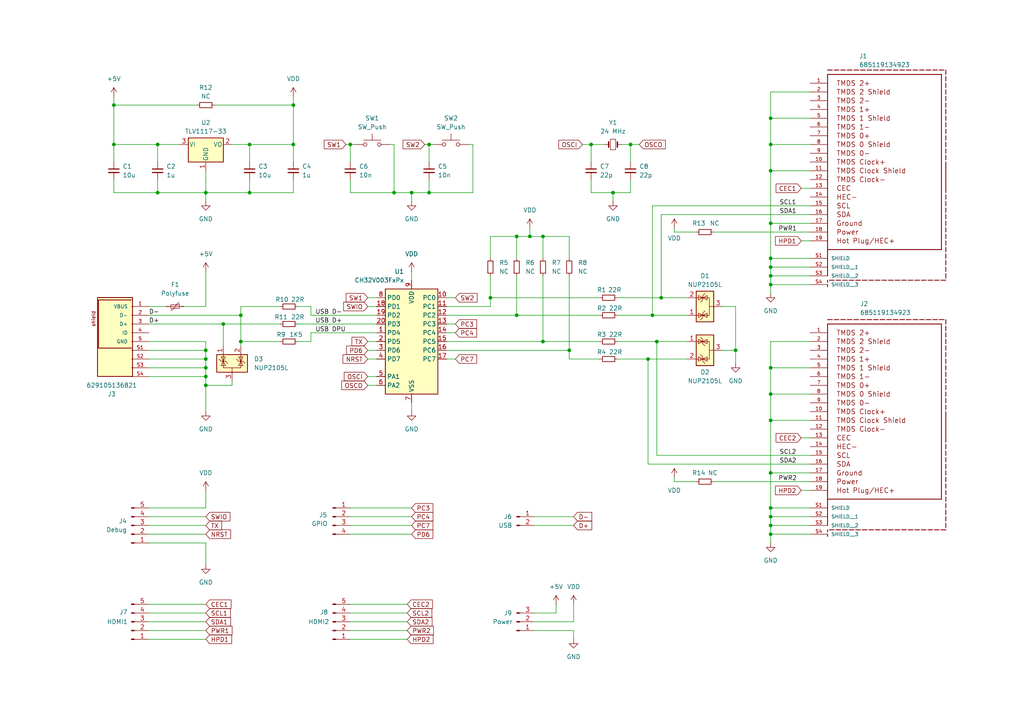
<source format=kicad_sch>
(kicad_sch (version 20231120) (generator "eeschema") (generator_version "8.0")
  (paper "A4")
  (title_block (title "HDMI DDC Controller") (date "2024-10-02") (rev "1.0.0") (company "Elektroniklådan"))
  (lib_symbols
    (symbol "629105136821:629105136821" (pin_names (offset 1.016))
      (property "Reference" "J" (at 0 8.382 0))
      (symbol "629105136821_0_0"
        (text "shield" (at 6.51 -0.83 900) (effects (font (size 1.016 1.016)) (justify left bottom)))
        (pin passive line (at -10.16 5.08 0) (length 5.08) (name "VBUS") (number "1"))
        (pin passive line (at -10.16 2.54 0) (length 5.08) (name "D-") (number "2"))
        (pin passive line (at -10.16 0 0) (length 5.08) (name "D+") (number "3"))
        (pin passive line (at -10.16 -2.54 0) (length 5.08) (name "ID") (number "4"))
        (pin passive line (at -10.16 -5.08 0) (length 5.08) (name "GND") (number "5"))
        (pin passive line (at -10.16 -7.62 0) (length 5.08) (name "~") (number "S1"))
        (pin passive line (at -10.16 -10.16 0) (length 5.08) (name "~") (number "S2"))
        (pin passive line (at -10.16 -12.7 0) (length 5.08) (name "~") (number "S3"))
        (pin passive line (at -10.16 -15.24 0) (length 5.08) (name "~") (number "S4"))
      )
    )
    (symbol "685119134923:685119134923" (pin_names (offset 1.016))
      (property "Reference" "J" (at 0 27.94 0))
      (symbol "685119134923_0_0"
        (text "CEC" (at -12.7 -7.62 0) (effects (font (size 1.4224 1.4224)) (justify left)))
        (text "Ground" (at -12.7 -17.78 0) (effects (font (size 1.4224 1.4224)) (justify left)))
        (text "HEC-" (at -12.7 -10.16 0) (effects (font (size 1.4224 1.4224)) (justify left)))
        (text "Hot Plug/HEC+" (at -12.7 -22.86 0) (effects (font (size 1.4224 1.4224)) (justify left)))
        (text "Power" (at -12.7 -20.32 0) (effects (font (size 1.4224 1.4224)) (justify left)))
        (text "SCL" (at -12.7 -12.7 0) (effects (font (size 1.4224 1.4224)) (justify left)))
        (text "SDA" (at -12.7 -15.24 0) (effects (font (size 1.4224 1.4224)) (justify left)))
        (text "TMDS 0 Shield" (at -12.7 5.08 0) (effects (font (size 1.4224 1.4224)) (justify left)))
        (text "TMDS 0+" (at -12.7 7.62 0) (effects (font (size 1.4224 1.4224)) (justify left)))
        (text "TMDS 0-" (at -12.7 2.54 0) (effects (font (size 1.4224 1.4224)) (justify left)))
        (text "TMDS 1 Shield" (at -12.7 12.7 0) (effects (font (size 1.4224 1.4224)) (justify left)))
        (text "TMDS 1+" (at -12.7 15.24 0) (effects (font (size 1.4224 1.4224)) (justify left)))
        (text "TMDS 1-" (at -12.7 10.16 0) (effects (font (size 1.4224 1.4224)) (justify left)))
        (text "TMDS 2 Shield" (at -12.7 20.32 0) (effects (font (size 1.4224 1.4224)) (justify left)))
        (text "TMDS 2+" (at -12.7 22.86 0) (effects (font (size 1.4224 1.4224)) (justify left)))
        (text "TMDS 2-" (at -12.7 17.78 0) (effects (font (size 1.4224 1.4224)) (justify left)))
        (text "TMDS Clock Shield" (at -12.7 -2.54 0) (effects (font (size 1.4224 1.4224)) (justify left)))
        (text "TMDS Clock+" (at -12.7 0 0) (effects (font (size 1.4224 1.4224)) (justify left)))
        (text "TMDS Clock-" (at -12.7 -5.08 0) (effects (font (size 1.4224 1.4224)) (justify left)))
        (pin passive line (at -20.32 22.86 0) (length 5.08) (name "~") (number "1"))
        (pin passive line (at -20.32 0 0) (length 5.08) (name "~") (number "10"))
        (pin passive line (at -20.32 -2.54 0) (length 5.08) (name "~") (number "11"))
        (pin passive line (at -20.32 -5.08 0) (length 5.08) (name "~") (number "12"))
        (pin passive line (at -20.32 -7.62 0) (length 5.08) (name "~") (number "13"))
        (pin passive line (at -20.32 -10.16 0) (length 5.08) (name "~") (number "14"))
        (pin passive line (at -20.32 -12.7 0) (length 5.08) (name "~") (number "15"))
        (pin passive line (at -20.32 -15.24 0) (length 5.08) (name "~") (number "16"))
        (pin passive line (at -20.32 -17.78 0) (length 5.08) (name "~") (number "17"))
        (pin power_in line (at -20.32 -20.32 0) (length 5.08) (name "~") (number "18"))
        (pin passive line (at -20.32 -22.86 0) (length 5.08) (name "~") (number "19"))
        (pin passive line (at -20.32 20.32 0) (length 5.08) (name "~") (number "2"))
        (pin passive line (at -20.32 17.78 0) (length 5.08) (name "~") (number "3"))
        (pin passive line (at -20.32 15.24 0) (length 5.08) (name "~") (number "4"))
        (pin passive line (at -20.32 12.7 0) (length 5.08) (name "~") (number "5"))
        (pin passive line (at -20.32 10.16 0) (length 5.08) (name "~") (number "6"))
        (pin passive line (at -20.32 7.62 0) (length 5.08) (name "~") (number "7"))
        (pin passive line (at -20.32 5.08 0) (length 5.08) (name "~") (number "8"))
        (pin passive line (at -20.32 2.54 0) (length 5.08) (name "~") (number "9"))
        (pin passive line (at -20.32 -27.94 0) (length 5.08) (name "SHIELD") (number "S1"))
        (pin passive line (at -20.32 -30.48 0) (length 5.08) (name "SHIELD__1") (number "S2"))
        (pin passive line (at -20.32 -33.02 0) (length 5.08) (name "SHIELD__2") (number "S3"))
        (pin passive line (at -20.32 -35.56 0) (length 5.08) (name "SHIELD__3") (number "S4"))
      )
    )
    (symbol "Connector:Conn_01x02_Pin" (pin_names (offset 1.016) hide)
      (property "Reference" "J" (at 0 2.54 0))
      (property "Value" "Conn_01x02_Pin" (at 0 -5.08 0))
      (symbol "Conn_01x02_Pin_1_1"
        (pin passive line (at 5.08 0 180) (length 3.81) (name "Pin_1") (number "1"))
        (pin passive line (at 5.08 -2.54 180) (length 3.81) (name "Pin_2") (number "2"))
      )
    )
    (symbol "Connector:Conn_01x03_Pin" (pin_names (offset 1.016) hide)
      (property "Reference" "J" (at 0 5.08 0))
      (property "Value" "Conn_01x03_Pin" (at 0 -5.08 0))
      (symbol "Conn_01x03_Pin_1_1"
        (pin passive line (at 5.08 2.54 180) (length 3.81) (name "Pin_1") (number "1"))
        (pin passive line (at 5.08 0 180) (length 3.81) (name "Pin_2") (number "2"))
        (pin passive line (at 5.08 -2.54 180) (length 3.81) (name "Pin_3") (number "3"))
      )
    )
    (symbol "Connector:Conn_01x04_Pin" (pin_names (offset 1.016) hide)
      (property "Reference" "J" (at 0 5.08 0))
      (property "Value" "Conn_01x04_Pin" (at 0 -7.62 0))
      (symbol "Conn_01x04_Pin_1_1"
        (pin passive line (at 5.08 2.54 180) (length 3.81) (name "Pin_1") (number "1"))
        (pin passive line (at 5.08 0 180) (length 3.81) (name "Pin_2") (number "2"))
        (pin passive line (at 5.08 -2.54 180) (length 3.81) (name "Pin_3") (number "3"))
        (pin passive line (at 5.08 -5.08 180) (length 3.81) (name "Pin_4") (number "4"))
      )
    )
    (symbol "Connector:Conn_01x05_Pin" (pin_names (offset 1.016) hide)
      (property "Reference" "J" (at 0 7.62 0))
      (property "Value" "Conn_01x05_Pin" (at 0 -7.62 0))
      (symbol "Conn_01x05_Pin_1_1"
        (pin passive line (at 5.08 5.08 180) (length 3.81) (name "Pin_1") (number "1"))
        (pin passive line (at 5.08 2.54 180) (length 3.81) (name "Pin_2") (number "2"))
        (pin passive line (at 5.08 0 180) (length 3.81) (name "Pin_3") (number "3"))
        (pin passive line (at 5.08 -2.54 180) (length 3.81) (name "Pin_4") (number "4"))
        (pin passive line (at 5.08 -5.08 180) (length 3.81) (name "Pin_5") (number "5"))
      )
    )
    (symbol "Device:C_Small" (pin_numbers hide) (pin_names (offset 0.254) hide)
      (property "Reference" "C" (at 0.254 1.778 0))
      (property "Value" "C_Small" (at 0.254 -2.032 0))
      (symbol "C_Small_1_1"
        (pin passive line (at 0 2.54 270) (length 2.032) (name "~") (number "1"))
        (pin passive line (at 0 -2.54 90) (length 2.032) (name "~") (number "2"))
      )
    )
    (symbol "Device:Crystal_Small" (pin_numbers hide) (pin_names (offset 1.016) hide)
      (property "Reference" "Y" (at 0 2.54 0))
      (property "Value" "Crystal_Small" (at 0 -2.54 0))
      (symbol "Crystal_Small_1_1"
        (pin passive line (at -2.54 0 0) (length 1.27) (name "1") (number "1"))
        (pin passive line (at 2.54 0 180) (length 1.27) (name "2") (number "2"))
      )
    )
    (symbol "Device:Polyfuse_Small" (pin_numbers hide) (pin_names (offset 0))
      (property "Reference" "F" (at -1.905 0 90))
      (property "Value" "Polyfuse_Small" (at 1.905 0 90))
      (symbol "Polyfuse_Small_1_1"
        (pin passive line (at 0 2.54 270) (length 0.635) (name "~") (number "1"))
        (pin passive line (at 0 -2.54 90) (length 0.635) (name "~") (number "2"))
      )
    )
    (symbol "Device:R_Small" (pin_numbers hide) (pin_names (offset 0.254) hide)
      (property "Reference" "R" (at 0.762 0.508 0))
      (property "Value" "R_Small" (at 0.762 -1.016 0))
      (symbol "R_Small_1_1"
        (pin passive line (at 0 2.54 270) (length 0.762) (name "~") (number "1"))
        (pin passive line (at 0 -2.54 90) (length 0.762) (name "~") (number "2"))
      )
    )
    (symbol "MCU_WCH_CH32V0:CH32V003FxPx"
      (property "Reference" "U" (at -7.62 17.78 0))
      (property "Value" "CH32V003FxPx" (at 7.62 17.78 0))
      (symbol "CH32V003FxPx_1_1"
        (pin bidirectional line (at 10.16 2.54 180) (length 2.54) (name "PD4") (number "1"))
        (pin bidirectional line (at -10.16 12.7 0) (length 2.54) (name "PC0") (number "10"))
        (pin bidirectional line (at -10.16 10.16 0) (length 2.54) (name "PC1") (number "11"))
        (pin bidirectional line (at -10.16 7.62 0) (length 2.54) (name "PC2") (number "12"))
        (pin bidirectional line (at -10.16 5.08 0) (length 2.54) (name "PC3") (number "13"))
        (pin bidirectional line (at -10.16 2.54 0) (length 2.54) (name "PC4") (number "14"))
        (pin bidirectional line (at -10.16 0 0) (length 2.54) (name "PC5") (number "15"))
        (pin bidirectional line (at -10.16 -2.54 0) (length 2.54) (name "PC6") (number "16"))
        (pin bidirectional line (at -10.16 -5.08 0) (length 2.54) (name "PC7") (number "17"))
        (pin bidirectional line (at 10.16 10.16 180) (length 2.54) (name "PD1") (number "18"))
        (pin bidirectional line (at 10.16 7.62 180) (length 2.54) (name "PD2") (number "19"))
        (pin bidirectional line (at 10.16 0 180) (length 2.54) (name "PD5") (number "2"))
        (pin bidirectional line (at 10.16 5.08 180) (length 2.54) (name "PD3") (number "20"))
        (pin bidirectional line (at 10.16 -2.54 180) (length 2.54) (name "PD6") (number "3"))
        (pin bidirectional line (at 10.16 -5.08 180) (length 2.54) (name "PD7") (number "4"))
        (pin bidirectional line (at 10.16 -10.16 180) (length 2.54) (name "PA1") (number "5"))
        (pin bidirectional line (at 10.16 -12.7 180) (length 2.54) (name "PA2") (number "6"))
        (pin power_in line (at 0 -17.78 90) (length 2.54) (name "VSS") (number "7"))
        (pin bidirectional line (at 10.16 12.7 180) (length 2.54) (name "PD0") (number "8"))
        (pin power_in line (at 0 17.78 270) (length 2.54) (name "VDD") (number "9"))
      )
    )
    (symbol "Power_Protection:NUP2105L" (pin_names hide)
      (property "Reference" "D" (at 5.715 2.54 0))
      (property "Value" "NUP2105L" (at 5.715 0.635 0))
      (symbol "NUP2105L_0_0"
        (pin passive line (at 0 -5.08 90) (length 2.54) (name "A") (number "3"))
      )
      (symbol "NUP2105L_1_1"
        (pin passive line (at -2.54 5.08 270) (length 2.54) (name "K") (number "1"))
        (pin passive line (at 2.54 5.08 270) (length 2.54) (name "K") (number "2"))
      )
    )
    (symbol "Regulator_Linear:TLV1117-33" (pin_names (offset 0.254))
      (property "Reference" "U" (at -3.81 3.175 0))
      (property "Value" "TLV1117-33" (at 0 3.175 0))
      (symbol "TLV1117-33_1_1"
        (pin power_in line (at 0 -7.62 90) (length 2.54) (name "GND") (number "1"))
        (pin power_out line (at 7.62 0 180) (length 2.54) (name "VO") (number "2"))
        (pin power_in line (at -7.62 0 0) (length 2.54) (name "VI") (number "3"))
      )
    )
    (symbol "Switch:SW_Push" (pin_numbers hide) (pin_names (offset 1.016) hide)
      (property "Reference" "SW" (at 1.27 2.54 0))
      (property "Value" "SW_Push" (at 0 -1.524 0))
      (symbol "SW_Push_0_1"
        (pin passive line (at -5.08 0 0) (length 2.54) (name "1") (number "1"))
        (pin passive line (at 5.08 0 180) (length 2.54) (name "2") (number "2"))
      )
    )
    (symbol "power:+5V" (power) (pin_numbers hide) (pin_names (offset 0) hide)
      (property "Value" "+5V" (at 0 3.556 0))
      (symbol "+5V_1_1"
        (pin power_in line (at 0 0 90) (length 0) (name "~") (number "1"))
      )
    )
    (symbol "power:GND" (power) (pin_numbers hide) (pin_names (offset 0) hide)
      (property "Value" "GND" (at 0 -3.81 0))
      (symbol "GND_1_1"
        (pin power_in line (at 0 0 270) (length 0) (name "~") (number "1"))
      )
    )
    (symbol "power:VDD" (power) (pin_numbers hide) (pin_names (offset 0) hide)
      (property "Value" "VDD" (at 0 3.556 0))
      (symbol "VDD_1_1"
        (pin power_in line (at 0 0 90) (length 0) (name "~") (number "1"))
      )
    )
  )
  (junction (at 124.46 41.91))
  (junction (at 59.69 106.68))
  (junction (at 64.77 93.98))
  (junction (at 45.72 41.91))
  (junction (at 223.52 147.32))
  (junction (at 223.52 80.01))
  (junction (at 72.39 55.88))
  (junction (at 223.52 114.3))
  (junction (at 213.36 101.6))
  (junction (at 45.72 55.88))
  (junction (at 157.48 68.58))
  (junction (at 223.52 77.47))
  (junction (at 101.6 41.91))
  (junction (at 124.46 55.88))
  (junction (at 59.69 104.14))
  (junction (at 33.02 41.91))
  (junction (at 191.77 86.36))
  (junction (at 182.88 41.91))
  (junction (at 177.8 55.88))
  (junction (at 69.85 99.06))
  (junction (at 165.1 101.6))
  (junction (at 223.52 121.92))
  (junction (at 153.67 68.58))
  (junction (at 190.5 99.06))
  (junction (at 157.48 99.06))
  (junction (at 149.86 68.58))
  (junction (at 223.52 152.4))
  (junction (at 142.24 86.36))
  (junction (at 72.39 41.91))
  (junction (at 59.69 111.76))
  (junction (at 85.09 41.91))
  (junction (at 171.45 41.91))
  (junction (at 189.23 91.44))
  (junction (at 223.52 149.86))
  (junction (at 223.52 137.16))
  (junction (at 223.52 49.53))
  (junction (at 223.52 34.29))
  (junction (at 33.02 30.48))
  (junction (at 223.52 106.68))
  (junction (at 59.69 109.22))
  (junction (at 59.69 101.6))
  (junction (at 59.69 55.88))
  (junction (at 223.52 64.77))
  (junction (at 149.86 91.44))
  (junction (at 223.52 82.55))
  (junction (at 114.3 55.88))
  (junction (at 223.52 74.93))
  (junction (at 119.38 55.88))
  (junction (at 85.09 30.48))
  (junction (at 69.85 91.44))
  (junction (at 223.52 154.94))
  (junction (at 223.52 41.91))
  (junction (at 187.96 104.14))
  (wire (pts (xy 223.52 34.29) (xy 223.52 41.91)))
  (wire (pts (xy 232.41 69.85) (xy 234.95 69.85)))
  (wire (pts (xy 157.48 99.06) (xy 173.99 99.06)))
  (wire (pts (xy 43.18 104.14) (xy 59.69 104.14)))
  (wire (pts (xy 166.37 149.86) (xy 154.94 149.86)))
  (wire (pts (xy 101.6 147.32) (xy 119.38 147.32)))
  (wire (pts (xy 142.24 68.58) (xy 142.24 74.93)))
  (wire (pts (xy 59.69 163.83) (xy 59.69 157.48)))
  (wire (pts (xy 123.19 41.91) (xy 124.46 41.91)))
  (wire (pts (xy 114.3 41.91) (xy 114.3 55.88)))
  (wire (pts (xy 201.93 139.7) (xy 195.58 139.7)))
  (wire (pts (xy 223.52 154.94) (xy 234.95 154.94)))
  (wire (pts (xy 114.3 55.88) (xy 119.38 55.88)))
  (wire (pts (xy 45.72 41.91) (xy 52.07 41.91)))
  (wire (pts (xy 67.31 111.76) (xy 59.69 111.76)))
  (wire (pts (xy 132.08 86.36) (xy 129.54 86.36)))
  (wire (pts (xy 124.46 41.91) (xy 124.46 46.99)))
  (wire (pts (xy 149.86 68.58) (xy 149.86 74.93)))
  (wire (pts (xy 62.23 30.48) (xy 85.09 30.48)))
  (wire (pts (xy 90.17 99.06) (xy 90.17 96.52)))
  (wire (pts (xy 118.11 177.8) (xy 101.6 177.8)))
  (wire (pts (xy 161.29 177.8) (xy 154.94 177.8)))
  (wire (pts (xy 223.52 121.92) (xy 223.52 114.3)))
  (wire (pts (xy 223.52 137.16) (xy 234.95 137.16)))
  (wire (pts (xy 223.52 80.01) (xy 223.52 82.55)))
  (wire (pts (xy 157.48 68.58) (xy 157.48 74.93)))
  (wire (pts (xy 124.46 52.07) (xy 124.46 55.88)))
  (wire (pts (xy 72.39 41.91) (xy 72.39 46.99)))
  (wire (pts (xy 69.85 99.06) (xy 81.28 99.06)))
  (wire (pts (xy 100.33 41.91) (xy 101.6 41.91)))
  (wire (pts (xy 234.95 147.32) (xy 223.52 147.32)))
  (wire (pts (xy 223.52 149.86) (xy 223.52 147.32)))
  (wire (pts (xy 69.85 91.44) (xy 69.85 88.9)))
  (wire (pts (xy 187.96 104.14) (xy 199.39 104.14)))
  (wire (pts (xy 175.26 41.91) (xy 171.45 41.91)))
  (wire (pts (xy 113.03 41.91) (xy 114.3 41.91)))
  (wire (pts (xy 234.95 121.92) (xy 223.52 121.92)))
  (wire (pts (xy 177.8 55.88) (xy 177.8 58.42)))
  (wire (pts (xy 223.52 157.48) (xy 223.52 154.94)))
  (wire (pts (xy 106.68 101.6) (xy 109.22 101.6)))
  (wire (pts (xy 223.52 149.86) (xy 234.95 149.86)))
  (wire (pts (xy 43.18 152.4) (xy 59.69 152.4)))
  (wire (pts (xy 43.18 91.44) (xy 69.85 91.44)))
  (wire (pts (xy 182.88 41.91) (xy 180.34 41.91)))
  (wire (pts (xy 209.55 101.6) (xy 213.36 101.6)))
  (wire (pts (xy 59.69 119.38) (xy 59.69 111.76)))
  (wire (pts (xy 101.6 52.07) (xy 101.6 55.88)))
  (wire (pts (xy 166.37 185.42) (xy 166.37 182.88)))
  (wire (pts (xy 43.18 154.94) (xy 59.69 154.94)))
  (wire (pts (xy 72.39 52.07) (xy 72.39 55.88)))
  (wire (pts (xy 232.41 142.24) (xy 234.95 142.24)))
  (wire (pts (xy 234.95 41.91) (xy 223.52 41.91)))
  (wire (pts (xy 161.29 175.26) (xy 161.29 177.8)))
  (wire (pts (xy 234.95 64.77) (xy 223.52 64.77)))
  (wire (pts (xy 67.31 110.49) (xy 67.31 111.76)))
  (wire (pts (xy 45.72 55.88) (xy 33.02 55.88)))
  (wire (pts (xy 53.34 88.9) (xy 59.69 88.9)))
  (wire (pts (xy 137.16 55.88) (xy 124.46 55.88)))
  (wire (pts (xy 171.45 41.91) (xy 168.91 41.91)))
  (wire (pts (xy 232.41 127) (xy 234.95 127)))
  (wire (pts (xy 179.07 91.44) (xy 189.23 91.44)))
  (wire (pts (xy 190.5 99.06) (xy 199.39 99.06)))
  (wire (pts (xy 59.69 180.34) (xy 43.18 180.34)))
  (wire (pts (xy 223.52 121.92) (xy 223.52 137.16)))
  (wire (pts (xy 234.95 74.93) (xy 223.52 74.93)))
  (wire (pts (xy 171.45 41.91) (xy 171.45 46.99)))
  (wire (pts (xy 234.95 106.68) (xy 223.52 106.68)))
  (wire (pts (xy 165.1 104.14) (xy 173.99 104.14)))
  (wire (pts (xy 234.95 99.06) (xy 223.52 99.06)))
  (wire (pts (xy 129.54 99.06) (xy 157.48 99.06)))
  (wire (pts (xy 157.48 80.01) (xy 157.48 99.06)))
  (wire (pts (xy 209.55 88.9) (xy 213.36 88.9)))
  (wire (pts (xy 213.36 101.6) (xy 213.36 105.41)))
  (wire (pts (xy 179.07 86.36) (xy 191.77 86.36)))
  (wire (pts (xy 223.52 154.94) (xy 223.52 152.4)))
  (wire (pts (xy 234.95 34.29) (xy 223.52 34.29)))
  (wire (pts (xy 101.6 154.94) (xy 119.38 154.94)))
  (wire (pts (xy 119.38 116.84) (xy 119.38 119.38)))
  (wire (pts (xy 157.48 68.58) (xy 165.1 68.58)))
  (wire (pts (xy 223.52 137.16) (xy 223.52 147.32)))
  (wire (pts (xy 187.96 104.14) (xy 187.96 134.62)))
  (wire (pts (xy 223.52 99.06) (xy 223.52 106.68)))
  (wire (pts (xy 64.77 93.98) (xy 64.77 100.33)))
  (wire (pts (xy 72.39 55.88) (xy 85.09 55.88)))
  (wire (pts (xy 85.09 30.48) (xy 85.09 41.91)))
  (wire (pts (xy 190.5 99.06) (xy 190.5 132.08)))
  (wire (pts (xy 171.45 52.07) (xy 171.45 55.88)))
  (wire (pts (xy 182.88 41.91) (xy 182.88 46.99)))
  (wire (pts (xy 59.69 106.68) (xy 59.69 104.14)))
  (wire (pts (xy 59.69 55.88) (xy 59.69 58.42)))
  (wire (pts (xy 33.02 30.48) (xy 33.02 41.91)))
  (wire (pts (xy 223.52 77.47) (xy 223.52 80.01)))
  (wire (pts (xy 232.41 54.61) (xy 234.95 54.61)))
  (wire (pts (xy 189.23 59.69) (xy 234.95 59.69)))
  (wire (pts (xy 129.54 101.6) (xy 165.1 101.6)))
  (wire (pts (xy 132.08 104.14) (xy 129.54 104.14)))
  (wire (pts (xy 171.45 55.88) (xy 177.8 55.88)))
  (wire (pts (xy 33.02 27.94) (xy 33.02 30.48)))
  (wire (pts (xy 86.36 93.98) (xy 109.22 93.98)))
  (wire (pts (xy 129.54 91.44) (xy 149.86 91.44)))
  (wire (pts (xy 234.95 80.01) (xy 223.52 80.01)))
  (wire (pts (xy 165.1 101.6) (xy 165.1 104.14)))
  (wire (pts (xy 59.69 109.22) (xy 59.69 106.68)))
  (wire (pts (xy 223.52 152.4) (xy 234.95 152.4)))
  (wire (pts (xy 43.18 99.06) (xy 59.69 99.06)))
  (wire (pts (xy 33.02 41.91) (xy 45.72 41.91)))
  (wire (pts (xy 153.67 66.04) (xy 153.67 68.58)))
  (wire (pts (xy 149.86 80.01) (xy 149.86 91.44)))
  (wire (pts (xy 106.68 86.36) (xy 109.22 86.36)))
  (wire (pts (xy 213.36 88.9) (xy 213.36 101.6)))
  (wire (pts (xy 59.69 185.42) (xy 43.18 185.42)))
  (wire (pts (xy 124.46 41.91) (xy 125.73 41.91)))
  (wire (pts (xy 59.69 175.26) (xy 43.18 175.26)))
  (wire (pts (xy 207.01 139.7) (xy 234.95 139.7)))
  (wire (pts (xy 33.02 30.48) (xy 57.15 30.48)))
  (wire (pts (xy 234.95 114.3) (xy 223.52 114.3)))
  (wire (pts (xy 106.68 104.14) (xy 109.22 104.14)))
  (wire (pts (xy 33.02 52.07) (xy 33.02 55.88)))
  (wire (pts (xy 223.52 64.77) (xy 223.52 74.93)))
  (wire (pts (xy 195.58 67.31) (xy 201.93 67.31)))
  (wire (pts (xy 234.95 77.47) (xy 223.52 77.47)))
  (wire (pts (xy 142.24 86.36) (xy 173.99 86.36)))
  (wire (pts (xy 223.52 74.93) (xy 223.52 77.47)))
  (wire (pts (xy 223.52 82.55) (xy 223.52 85.09)))
  (wire (pts (xy 182.88 55.88) (xy 177.8 55.88)))
  (wire (pts (xy 189.23 91.44) (xy 189.23 59.69)))
  (wire (pts (xy 43.18 147.32) (xy 59.69 147.32)))
  (wire (pts (xy 223.52 49.53) (xy 223.52 64.77)))
  (wire (pts (xy 191.77 86.36) (xy 199.39 86.36)))
  (wire (pts (xy 86.36 99.06) (xy 90.17 99.06)))
  (wire (pts (xy 165.1 80.01) (xy 165.1 101.6)))
  (wire (pts (xy 223.52 49.53) (xy 234.95 49.53)))
  (wire (pts (xy 85.09 41.91) (xy 85.09 46.99)))
  (wire (pts (xy 191.77 62.23) (xy 234.95 62.23)))
  (wire (pts (xy 43.18 106.68) (xy 59.69 106.68)))
  (wire (pts (xy 101.6 41.91) (xy 101.6 46.99)))
  (wire (pts (xy 119.38 55.88) (xy 124.46 55.88)))
  (wire (pts (xy 43.18 157.48) (xy 59.69 157.48)))
  (wire (pts (xy 109.22 99.06) (xy 106.68 99.06)))
  (wire (pts (xy 189.23 91.44) (xy 199.39 91.44)))
  (wire (pts (xy 45.72 52.07) (xy 45.72 55.88)))
  (wire (pts (xy 59.69 177.8) (xy 43.18 177.8)))
  (wire (pts (xy 149.86 91.44) (xy 173.99 91.44)))
  (wire (pts (xy 195.58 138.43) (xy 195.58 139.7)))
  (wire (pts (xy 223.52 106.68) (xy 223.52 114.3)))
  (wire (pts (xy 119.38 55.88) (xy 119.38 58.42)))
  (wire (pts (xy 59.69 49.53) (xy 59.69 55.88)))
  (wire (pts (xy 223.52 152.4) (xy 223.52 149.86)))
  (wire (pts (xy 72.39 41.91) (xy 85.09 41.91)))
  (wire (pts (xy 106.68 109.22) (xy 109.22 109.22)))
  (wire (pts (xy 59.69 182.88) (xy 43.18 182.88)))
  (wire (pts (xy 106.68 111.76) (xy 109.22 111.76)))
  (wire (pts (xy 59.69 142.24) (xy 59.69 147.32)))
  (wire (pts (xy 137.16 55.88) (xy 137.16 41.91)))
  (wire (pts (xy 149.86 68.58) (xy 153.67 68.58)))
  (wire (pts (xy 142.24 80.01) (xy 142.24 86.36)))
  (wire (pts (xy 101.6 152.4) (xy 119.38 152.4)))
  (wire (pts (xy 90.17 91.44) (xy 109.22 91.44)))
  (wire (pts (xy 69.85 88.9) (xy 81.28 88.9)))
  (wire (pts (xy 114.3 55.88) (xy 101.6 55.88)))
  (wire (pts (xy 33.02 41.91) (xy 33.02 46.99)))
  (wire (pts (xy 45.72 55.88) (xy 59.69 55.88)))
  (wire (pts (xy 85.09 27.94) (xy 85.09 30.48)))
  (wire (pts (xy 166.37 180.34) (xy 154.94 180.34)))
  (wire (pts (xy 101.6 149.86) (xy 119.38 149.86)))
  (wire (pts (xy 142.24 68.58) (xy 149.86 68.58)))
  (wire (pts (xy 106.68 88.9) (xy 109.22 88.9)))
  (wire (pts (xy 67.31 41.91) (xy 72.39 41.91)))
  (wire (pts (xy 59.69 78.74) (xy 59.69 88.9)))
  (wire (pts (xy 119.38 81.28) (xy 119.38 78.74)))
  (wire (pts (xy 90.17 96.52) (xy 109.22 96.52)))
  (wire (pts (xy 59.69 101.6) (xy 59.69 99.06)))
  (wire (pts (xy 166.37 175.26) (xy 166.37 180.34)))
  (wire (pts (xy 69.85 99.06) (xy 69.85 91.44)))
  (wire (pts (xy 153.67 68.58) (xy 157.48 68.58)))
  (wire (pts (xy 118.11 175.26) (xy 101.6 175.26)))
  (wire (pts (xy 59.69 111.76) (xy 59.69 109.22)))
  (wire (pts (xy 179.07 104.14) (xy 187.96 104.14)))
  (wire (pts (xy 165.1 68.58) (xy 165.1 74.93)))
  (wire (pts (xy 234.95 26.67) (xy 223.52 26.67)))
  (wire (pts (xy 43.18 101.6) (xy 59.69 101.6)))
  (wire (pts (xy 154.94 152.4) (xy 166.37 152.4)))
  (wire (pts (xy 43.18 93.98) (xy 64.77 93.98)))
  (wire (pts (xy 59.69 104.14) (xy 59.69 101.6)))
  (wire (pts (xy 86.36 88.9) (xy 90.17 88.9)))
  (wire (pts (xy 223.52 26.67) (xy 223.52 34.29)))
  (wire (pts (xy 45.72 41.91) (xy 45.72 46.99)))
  (wire (pts (xy 101.6 41.91) (xy 102.87 41.91)))
  (wire (pts (xy 69.85 100.33) (xy 69.85 99.06)))
  (wire (pts (xy 135.89 41.91) (xy 137.16 41.91)))
  (wire (pts (xy 195.58 66.04) (xy 195.58 67.31)))
  (wire (pts (xy 179.07 99.06) (xy 190.5 99.06)))
  (wire (pts (xy 234.95 82.55) (xy 223.52 82.55)))
  (wire (pts (xy 191.77 86.36) (xy 191.77 62.23)))
  (wire (pts (xy 43.18 149.86) (xy 59.69 149.86)))
  (wire (pts (xy 190.5 132.08) (xy 234.95 132.08)))
  (wire (pts (xy 118.11 182.88) (xy 101.6 182.88)))
  (wire (pts (xy 185.42 41.91) (xy 182.88 41.91)))
  (wire (pts (xy 59.69 55.88) (xy 72.39 55.88)))
  (wire (pts (xy 129.54 88.9) (xy 142.24 88.9)))
  (wire (pts (xy 43.18 109.22) (xy 59.69 109.22)))
  (wire (pts (xy 207.01 67.31) (xy 234.95 67.31)))
  (wire (pts (xy 43.18 88.9) (xy 48.26 88.9)))
  (wire (pts (xy 223.52 41.91) (xy 223.52 49.53)))
  (wire (pts (xy 64.77 93.98) (xy 81.28 93.98)))
  (wire (pts (xy 187.96 134.62) (xy 234.95 134.62)))
  (wire (pts (xy 90.17 88.9) (xy 90.17 91.44)))
  (wire (pts (xy 85.09 52.07) (xy 85.09 55.88)))
  (wire (pts (xy 182.88 52.07) (xy 182.88 55.88)))
  (wire (pts (xy 132.08 93.98) (xy 129.54 93.98)))
  (wire (pts (xy 118.11 180.34) (xy 101.6 180.34)))
  (wire (pts (xy 142.24 86.36) (xy 142.24 88.9)))
  (wire (pts (xy 132.08 96.52) (xy 129.54 96.52)))
  (wire (pts (xy 154.94 182.88) (xy 166.37 182.88)))
  (wire (pts (xy 118.11 185.42) (xy 101.6 185.42)))
  (label "SCL1" (at 226.06 59.69 0))
  (label "SCL2" (at 226.06 132.08 0))
  (label "PWR1" (at 231.14 67.31 180))
  (label "SDA2" (at 226.06 134.62 0))
  (label "USB D+" (at 91.44 93.98 0))
  (label "SDA1" (at 226.06 62.23 0))
  (label "USB DPU" (at 91.44 96.52 0))
  (label "D+" (at 43.18 93.98 0))
  (label "PWR2" (at 231.14 139.7 180))
  (label "USB D-" (at 91.44 91.44 0))
  (label "D-" (at 43.18 91.44 0))
  (global_label "D+" (shape input) (at 166.37 152.4 0) (property "Intersheetrefs" "${INTERSHEET_REFS}" (effects (hide yes))))
  (global_label "SCL2" (shape input) (at 118.11 177.8 0) (property "Intersheetrefs" "${INTERSHEET_REFS}" (effects (hide yes))))
  (global_label "OSCI" (shape input) (at 106.68 109.22 180) (property "Intersheetrefs" "${INTERSHEET_REFS}" (effects (hide yes))))
  (global_label "OSCO" (shape input) (at 106.68 111.76 180) (property "Intersheetrefs" "${INTERSHEET_REFS}" (effects (hide yes))))
  (global_label "CEC2" (shape input) (at 118.11 175.26 0) (property "Intersheetrefs" "${INTERSHEET_REFS}" (effects (hide yes))))
  (global_label "CEC2" (shape input) (at 232.41 127 180) (property "Intersheetrefs" "${INTERSHEET_REFS}" (effects (hide yes))))
  (global_label "PD6" (shape input) (at 119.38 154.94 0) (property "Intersheetrefs" "${INTERSHEET_REFS}" (effects (hide yes))))
  (global_label "PC3" (shape input) (at 119.38 147.32 0) (property "Intersheetrefs" "${INTERSHEET_REFS}" (effects (hide yes))))
  (global_label "SCL1" (shape input) (at 59.69 177.8 0) (property "Intersheetrefs" "${INTERSHEET_REFS}" (effects (hide yes))))
  (global_label "OSCO" (shape input) (at 185.42 41.91 0) (property "Intersheetrefs" "${INTERSHEET_REFS}" (effects (hide yes))))
  (global_label "SDA1" (shape input) (at 59.69 180.34 0) (property "Intersheetrefs" "${INTERSHEET_REFS}" (effects (hide yes))))
  (global_label "D-" (shape input) (at 166.37 149.86 0) (property "Intersheetrefs" "${INTERSHEET_REFS}" (effects (hide yes))))
  (global_label "OSCI" (shape input) (at 168.91 41.91 180) (property "Intersheetrefs" "${INTERSHEET_REFS}" (effects (hide yes))))
  (global_label "HPD1" (shape input) (at 232.41 69.85 180) (property "Intersheetrefs" "${INTERSHEET_REFS}" (effects (hide yes))))
  (global_label "PWR2" (shape input) (at 118.11 182.88 0) (property "Intersheetrefs" "${INTERSHEET_REFS}" (effects (hide yes))))
  (global_label "HPD2" (shape input) (at 232.41 142.24 180) (property "Intersheetrefs" "${INTERSHEET_REFS}" (effects (hide yes))))
  (global_label "TX" (shape input) (at 106.68 99.06 180) (property "Intersheetrefs" "${INTERSHEET_REFS}" (effects (hide yes))))
  (global_label "NRST" (shape input) (at 106.68 104.14 180) (property "Intersheetrefs" "${INTERSHEET_REFS}" (effects (hide yes))))
  (global_label "SW2" (shape input) (at 132.08 86.36 0) (property "Intersheetrefs" "${INTERSHEET_REFS}" (effects (hide yes))))
  (global_label "PWR1" (shape input) (at 59.69 182.88 0) (property "Intersheetrefs" "${INTERSHEET_REFS}" (effects (hide yes))))
  (global_label "HPD2" (shape input) (at 118.11 185.42 0) (property "Intersheetrefs" "${INTERSHEET_REFS}" (effects (hide yes))))
  (global_label "SDA2" (shape input) (at 118.11 180.34 0) (property "Intersheetrefs" "${INTERSHEET_REFS}" (effects (hide yes))))
  (global_label "TX" (shape input) (at 59.69 152.4 0) (property "Intersheetrefs" "${INTERSHEET_REFS}" (effects (hide yes))))
  (global_label "NRST" (shape input) (at 59.69 154.94 0) (property "Intersheetrefs" "${INTERSHEET_REFS}" (effects (hide yes))))
  (global_label "PC4" (shape input) (at 119.38 149.86 0) (property "Intersheetrefs" "${INTERSHEET_REFS}" (effects (hide yes))))
  (global_label "SW1" (shape input) (at 100.33 41.91 180) (property "Intersheetrefs" "${INTERSHEET_REFS}" (effects (hide yes))))
  (global_label "SW1" (shape input) (at 106.68 86.36 180) (property "Intersheetrefs" "${INTERSHEET_REFS}" (effects (hide yes))))
  (global_label "HPD1" (shape input) (at 59.69 185.42 0) (property "Intersheetrefs" "${INTERSHEET_REFS}" (effects (hide yes))))
  (global_label "SWIO" (shape input) (at 106.68 88.9 180) (property "Intersheetrefs" "${INTERSHEET_REFS}" (effects (hide yes))))
  (global_label "SW2" (shape input) (at 123.19 41.91 180) (property "Intersheetrefs" "${INTERSHEET_REFS}" (effects (hide yes))))
  (global_label "PC7" (shape input) (at 132.08 104.14 0) (property "Intersheetrefs" "${INTERSHEET_REFS}" (effects (hide yes))))
  (global_label "PD6" (shape input) (at 106.68 101.6 180) (property "Intersheetrefs" "${INTERSHEET_REFS}" (effects (hide yes))))
  (global_label "SWIO" (shape input) (at 59.69 149.86 0) (property "Intersheetrefs" "${INTERSHEET_REFS}" (effects (hide yes))))
  (global_label "CEC1" (shape input) (at 232.41 54.61 180) (property "Intersheetrefs" "${INTERSHEET_REFS}" (effects (hide yes))))
  (global_label "PC7" (shape input) (at 119.38 152.4 0) (property "Intersheetrefs" "${INTERSHEET_REFS}" (effects (hide yes))))
  (global_label "PC4" (shape input) (at 132.08 96.52 0) (property "Intersheetrefs" "${INTERSHEET_REFS}" (effects (hide yes))))
  (global_label "CEC1" (shape input) (at 59.69 175.26 0) (property "Intersheetrefs" "${INTERSHEET_REFS}" (effects (hide yes))))
  (global_label "PC3" (shape input) (at 132.08 93.98 0) (property "Intersheetrefs" "${INTERSHEET_REFS}" (effects (hide yes))))
  (symbol (lib_id "Device:R_Small") (at 204.47 139.7 90) (unit 1)
    (property "Reference" "R14" (at 202.692 137.16 90))
    (property "Value" "NC" (at 206.756 137.16 90))
    (property "Footprint" "Resistor_SMD:R_1206_3216Metric_Pad1.30x1.75mm_HandSolder" (effects (hide yes)))
    (property "Description" "Resistor, small symbol" (effects (hide yes)))
  )
  (symbol (lib_id "power:+5V") (at 161.29 175.26 0) (unit 1)
    (property "Reference" "#PWR020" (effects (hide yes)))
    (property "Value" "+5V" (at 161.29 170.18 0))
    (property "Description" "Power symbol creates a global label with name \"+5V\"" (effects (hide yes)))
  )
  (symbol (lib_id "power:VDD") (at 59.69 142.24 0) (unit 1)
    (property "Reference" "#PWR014" (effects (hide yes)))
    (property "Value" "VDD" (at 59.69 137.16 0))
    (property "Description" "Power symbol creates a global label with name \"VDD\"" (effects (hide yes)))
  )
  (symbol (lib_id "power:GND") (at 166.37 185.42 0) (unit 1)
    (property "Reference" "#PWR016" (effects (hide yes)))
    (property "Value" "GND" (at 166.37 190.5 0))
    (property "Description" "Power symbol creates a global label with name \"GND\" , ground" (effects (hide yes)))
  )
  (symbol (lib_id "power:+5V") (at 59.69 78.74 0) (unit 1)
    (property "Reference" "#PWR08" (effects (hide yes)))
    (property "Value" "+5V" (at 59.69 73.66 0))
    (property "Description" "Power symbol creates a global label with name \"+5V\"" (effects (hide yes)))
  )
  (symbol (lib_id "Connector:Conn_01x05_Pin") (at 38.1 180.34 0) (mirror x) (unit 1)
    (property "Reference" "J7" (at 35.814 177.546 0))
    (property "Value" "HDMI1" (at 34.036 180.34 0))
    (property "Footprint" "Connector_PinHeader_2.54mm:PinHeader_1x05_P2.54mm_Vertical" (effects (hide yes)))
    (property "Description" "Generic connector, single row, 01x05, script generated" (effects (hide yes)))
  )
  (symbol (lib_id "Device:R_Small") (at 149.86 77.47 0) (unit 1)
    (property "Reference" "R6" (at 152.4 76.1999 0) (effects (justify left)))
    (property "Value" "NC" (at 152.4 78.7399 0) (effects (justify left)))
    (property "Footprint" "Resistor_SMD:R_1206_3216Metric_Pad1.30x1.75mm_HandSolder" (effects (hide yes)))
    (property "Description" "Resistor, small symbol" (effects (hide yes)))
  )
  (symbol (lib_id "Device:R_Small") (at 157.48 77.47 0) (unit 1)
    (property "Reference" "R7" (at 160.02 76.1999 0) (effects (justify left)))
    (property "Value" "NC" (at 160.02 78.7399 0) (effects (justify left)))
    (property "Footprint" "Resistor_SMD:R_1206_3216Metric_Pad1.30x1.75mm_HandSolder" (effects (hide yes)))
    (property "Description" "Resistor, small symbol" (effects (hide yes)))
  )
  (symbol (lib_id "Switch:SW_Push") (at 107.95 41.91 0) (unit 1)
    (property "Reference" "SW1" (at 107.95 34.29 0))
    (property "Value" "SW_Push" (at 107.95 36.83 0))
    (property "Footprint" "Button_Switch_Keyboard:SW_Cherry_MX_1.00u_PCB" (effects (hide yes)))
    (property "Description" "Push button switch, generic, two pins" (effects (hide yes)))
  )
  (symbol (lib_id "Regulator_Linear:TLV1117-33") (at 59.69 41.91 0) (unit 1)
    (property "Reference" "U2" (at 59.69 35.56 0))
    (property "Value" "TLV1117-33" (at 59.69 38.1 0))
    (property "Footprint" "Package_TO_SOT_SMD:SOT-223-3_TabPin2" (effects (hide yes)))
    (property "Datasheet" "http://www.ti.com/lit/ds/symlink/tlv1117.pdf" (effects (hide yes)))
    (property "Description" "800mA Low-Dropout Linear Regulator, 3.3V fixed output, TO-220/TO-252/TO-263/SOT-223" (effects (hide yes)))
  )
  (symbol (lib_id "Connector:Conn_01x03_Pin") (at 149.86 180.34 0) (mirror x) (unit 1)
    (property "Reference" "J9" (at 147.32 177.8 0))
    (property "Value" "Power" (at 145.796 180.34 0))
    (property "Footprint" "Connector_PinHeader_2.54mm:PinHeader_1x03_P2.54mm_Vertical" (effects (hide yes)))
    (property "Description" "Generic connector, single row, 01x03, script generated" (effects (hide yes)))
  )
  (symbol (lib_id "Device:Polyfuse_Small") (at 50.8 88.9 90) (unit 1)
    (property "Reference" "F1" (at 50.8 82.55 90))
    (property "Value" "Polyfuse" (at 50.8 85.09 90))
    (property "Footprint" "Fuse:Fuse_1206_3216Metric_Pad1.42x1.75mm_HandSolder" (effects (hide yes)))
    (property "Description" "Resettable fuse, polymeric positive temperature coefficient, small symbol" (effects (hide yes)))
  )
  (symbol (lib_id "Device:R_Small") (at 165.1 77.47 0) (unit 1)
    (property "Reference" "R8" (at 167.64 76.1999 0) (effects (justify left)))
    (property "Value" "NC" (at 167.64 78.7399 0) (effects (justify left)))
    (property "Footprint" "Resistor_SMD:R_1206_3216Metric_Pad1.30x1.75mm_HandSolder" (effects (hide yes)))
    (property "Description" "Resistor, small symbol" (effects (hide yes)))
  )
  (symbol (lib_id "Power_Protection:NUP2105L") (at 67.31 105.41 0) (unit 1)
    (property "Reference" "D3" (at 73.66 104.1399 0) (effects (justify left)))
    (property "Value" "NUP2105L" (at 73.66 106.6799 0) (effects (justify left)))
    (property "Footprint" "Package_TO_SOT_SMD:SOT-23" (effects (hide yes)))
    (property "Datasheet" "https://www.onsemi.com/pub_link/Collateral/NUP2105L-D.PDF" (effects (hide yes)))
    (property "Description" "Dual Line CAN Bus Protector, 24Vrwm" (effects (hide yes)))
  )
  (symbol (lib_id "Power_Protection:NUP2105L") (at 204.47 101.6 90) (mirror x) (unit 1)
    (property "Reference" "D2" (at 204.47 107.95 90))
    (property "Value" "NUP2105L" (at 204.47 110.49 90))
    (property "Footprint" "Package_TO_SOT_SMD:SOT-23" (effects (hide yes)))
    (property "Datasheet" "https://www.onsemi.com/pub_link/Collateral/NUP2105L-D.PDF" (effects (hide yes)))
    (property "Description" "Dual Line CAN Bus Protector, 24Vrwm" (effects (hide yes)))
  )
  (symbol (lib_id "power:VDD") (at 166.37 175.26 0) (unit 1)
    (property "Reference" "#PWR015" (effects (hide yes)))
    (property "Value" "VDD" (at 166.37 170.18 0))
    (property "Description" "Power symbol creates a global label with name \"VDD\"" (effects (hide yes)))
  )
  (symbol (lib_id "power:GND") (at 213.36 105.41 0) (unit 1)
    (property "Reference" "#PWR02" (effects (hide yes)))
    (property "Value" "GND" (at 213.36 110.49 0))
    (property "Description" "Power symbol creates a global label with name \"GND\" , ground" (effects (hide yes)))
  )
  (symbol (lib_id "power:VDD") (at 85.09 27.94 0) (unit 1)
    (property "Reference" "#PWR012" (effects (hide yes)))
    (property "Value" "VDD" (at 85.09 22.86 0))
    (property "Description" "Power symbol creates a global label with name \"VDD\"" (effects (hide yes)))
  )
  (symbol (lib_id "power:GND") (at 119.38 119.38 0) (unit 1)
    (property "Reference" "#PWR06" (effects (hide yes)))
    (property "Value" "GND" (at 119.38 124.46 0))
    (property "Description" "Power symbol creates a global label with name \"GND\" , ground" (effects (hide yes)))
  )
  (symbol (lib_id "power:+5V") (at 33.02 27.94 0) (unit 1)
    (property "Reference" "#PWR09" (effects (hide yes)))
    (property "Value" "+5V" (at 33.02 22.86 0))
    (property "Description" "Power symbol creates a global label with name \"+5V\"" (effects (hide yes)))
  )
  (symbol (lib_id "Device:C_Small") (at 33.02 49.53 0) (unit 1)
    (property "Reference" "C1" (at 35.56 48.2662 0) (effects (justify left)))
    (property "Value" "10u" (at 35.56 50.8062 0) (effects (justify left)))
    (property "Footprint" "Capacitor_SMD:C_1206_3216Metric_Pad1.33x1.80mm_HandSolder" (effects (hide yes)))
    (property "Description" "Unpolarized capacitor, small symbol" (effects (hide yes)))
  )
  (symbol (lib_id "power:VDD") (at 195.58 66.04 0) (unit 1)
    (property "Reference" "#PWR018" (effects (hide yes)))
    (property "Value" "VDD" (at 195.58 69.088 0))
    (property "Description" "Power symbol creates a global label with name \"VDD\"" (effects (hide yes)))
  )
  (symbol (lib_id "Device:R_Small") (at 59.69 30.48 90) (unit 1)
    (property "Reference" "R12" (at 59.69 25.4 90))
    (property "Value" "NC" (at 59.69 27.94 90))
    (property "Footprint" "Resistor_SMD:R_1206_3216Metric_Pad1.30x1.75mm_HandSolder" (effects (hide yes)))
    (property "Description" "Resistor, small symbol" (effects (hide yes)))
  )
  (symbol (lib_id "629105136821:629105136821") (at 33.02 93.98 0) (mirror y) (unit 1)
    (property "Reference" "J3" (at 32.4269 114.3 0))
    (property "Value" "629105136821" (at 32.4269 111.76 0))
    (property "Footprint" "629105136821:629105136821" (effects (hide yes)))
    (property "INTERFACE-TYPE" "Type B" (effects (hide yes)))
    (property "MOUNT" "SMT" (effects (hide yes)))
    (property "IR" "1.0A" (effects (hide yes)))
    (property "VALUE" "629105136821" (effects (hide yes)))
    (property "PACKAGING" "Tape and Reel" (effects (hide yes)))
    (property "APPLICATION" "Micro USB 2.0" (effects (hide yes)))
    (property "PART-NUMBER" "629105136821" (effects (hide yes)))
    (property "DATASHEET-URL" "https://www.we-online.com/redexpert/spec/629105136821?ae" (effects (hide yes)))
    (property "WORKING-VOLTAGE" "30V(AC)" (effects (hide yes)))
    (property "PINS" "5" (effects (hide yes)))
    (property "TYPE" "Horizontal" (effects (hide yes)))
    (property "GERDER" "Receptacle" (effects (hide yes)))
  )
  (symbol (lib_id "Device:C_Small") (at 124.46 49.53 0) (unit 1)
    (property "Reference" "C5" (at 127 48.2662 0) (effects (justify left)))
    (property "Value" "10n" (at 127 50.8062 0) (effects (justify left)))
    (property "Footprint" "Capacitor_SMD:C_1206_3216Metric_Pad1.33x1.80mm_HandSolder" (effects (hide yes)))
    (property "Description" "Unpolarized capacitor, small symbol" (effects (hide yes)))
  )
  (symbol (lib_id "Device:R_Small") (at 176.53 91.44 90) (unit 1)
    (property "Reference" "R2" (at 174.498 89.408 90))
    (property "Value" "22R" (at 178.562 89.408 90))
    (property "Footprint" "Resistor_SMD:R_1206_3216Metric_Pad1.30x1.75mm_HandSolder" (effects (hide yes)))
    (property "Description" "Resistor, small symbol" (effects (hide yes)))
  )
  (symbol (lib_id "power:VDD") (at 119.38 78.74 0) (unit 1)
    (property "Reference" "#PWR013" (effects (hide yes)))
    (property "Value" "VDD" (at 119.38 73.66 0))
    (property "Description" "Power symbol creates a global label with name \"VDD\"" (effects (hide yes)))
  )
  (symbol (lib_id "Connector:Conn_01x05_Pin") (at 96.52 180.34 0) (mirror x) (unit 1)
    (property "Reference" "J8" (at 93.98 177.546 0))
    (property "Value" "HDMI2" (at 92.456 180.34 0))
    (property "Footprint" "Connector_PinHeader_2.54mm:PinHeader_1x05_P2.54mm_Vertical" (effects (hide yes)))
    (property "Description" "Generic connector, single row, 01x05, script generated" (effects (hide yes)))
  )
  (symbol (lib_id "Device:C_Small") (at 85.09 49.53 0) (unit 1)
    (property "Reference" "C4" (at 87.63 48.2662 0) (effects (justify left)))
    (property "Value" "1u" (at 87.63 50.8062 0) (effects (justify left)))
    (property "Footprint" "Capacitor_SMD:C_1206_3216Metric_Pad1.33x1.80mm_HandSolder" (effects (hide yes)))
    (property "Description" "Unpolarized capacitor, small symbol" (effects (hide yes)))
  )
  (symbol (lib_id "Device:C_Small") (at 45.72 49.53 0) (unit 1)
    (property "Reference" "C2" (at 48.26 48.2662 0) (effects (justify left)))
    (property "Value" "1u" (at 48.26 50.8062 0) (effects (justify left)))
    (property "Footprint" "Capacitor_SMD:C_1206_3216Metric_Pad1.33x1.80mm_HandSolder" (effects (hide yes)))
    (property "Description" "Unpolarized capacitor, small symbol" (effects (hide yes)))
  )
  (symbol (lib_id "Power_Protection:NUP2105L") (at 204.47 88.9 90) (unit 1)
    (property "Reference" "D1" (at 204.47 80.01 90))
    (property "Value" "NUP2105L" (at 204.47 82.55 90))
    (property "Footprint" "Package_TO_SOT_SMD:SOT-23" (effects (hide yes)))
    (property "Datasheet" "https://www.onsemi.com/pub_link/Collateral/NUP2105L-D.PDF" (effects (hide yes)))
    (property "Description" "Dual Line CAN Bus Protector, 24Vrwm" (effects (hide yes)))
  )
  (symbol (lib_id "MCU_WCH_CH32V0:CH32V003FxPx") (at 119.38 99.06 0) (mirror y) (unit 1)
    (property "Reference" "U1" (at 117.1859 78.74 0) (effects (justify left)))
    (property "Value" "CH32V003FxPx" (at 117.1859 81.28 0) (effects (justify left)))
    (property "Footprint" "Package_SO:TSSOP-20_4.4x6.5mm_P0.65mm" (effects (hide yes)))
    (property "Datasheet" "https://www.wch-ic.com/products/CH32V003.html" (effects (hide yes)))
    (property "Description" "CH32V003 series are industrial-grade general-purpose microcontrollers designed based on 32-bit RISC-V instruction set and architecture. It adopts QingKe V2A core, RV32EC instruction set, and supports 2 levels of interrupt nesting. The series are mounted with rich peripheral interfaces and function modules. Its internal organizational structure meets the low-cost and low-power embedded application scenarios." (effects (hide yes)))
  )
  (symbol (lib_id "Connector:Conn_01x02_Pin") (at 149.86 149.86 0) (unit 1)
    (property "Reference" "J6" (at 147.32 149.86 0))
    (property "Value" "USB" (at 146.558 152.4 0))
    (property "Footprint" "Connector_PinHeader_2.54mm:PinHeader_1x02_P2.54mm_Vertical" (effects (hide yes)))
    (property "Description" "Generic connector, single row, 01x02, script generated" (effects (hide yes)))
  )
  (symbol (lib_id "power:GND") (at 177.8 58.42 0) (unit 1)
    (property "Reference" "#PWR017" (effects (hide yes)))
    (property "Value" "GND" (at 177.8 63.5 0))
    (property "Description" "Power symbol creates a global label with name \"GND\" , ground" (effects (hide yes)))
  )
  (symbol (lib_id "power:VDD") (at 195.58 138.43 0) (unit 1)
    (property "Reference" "#PWR019" (effects (hide yes)))
    (property "Value" "VDD" (at 195.58 142.24 0))
    (property "Description" "Power symbol creates a global label with name \"VDD\"" (effects (hide yes)))
  )
  (symbol (lib_id "power:GND") (at 223.52 157.48 0) (unit 1)
    (property "Reference" "#PWR05" (effects (hide yes)))
    (property "Value" "GND" (at 223.52 162.56 0))
    (property "Description" "Power symbol creates a global label with name \"GND\" , ground" (effects (hide yes)))
  )
  (symbol (lib_id "power:GND") (at 59.69 163.83 0) (unit 1)
    (property "Reference" "#PWR07" (effects (hide yes)))
    (property "Value" "GND" (at 59.69 168.91 0))
    (property "Description" "Power symbol creates a global label with name \"GND\" , ground" (effects (hide yes)))
  )
  (symbol (lib_id "Device:C_Small") (at 171.45 49.53 0) (unit 1)
    (property "Reference" "C7" (at 173.99 48.2662 0) (effects (justify left)))
    (property "Value" "22p" (at 173.99 50.8062 0) (effects (justify left)))
    (property "Footprint" "Capacitor_SMD:C_1206_3216Metric_Pad1.33x1.80mm_HandSolder" (effects (hide yes)))
    (property "Description" "Unpolarized capacitor, small symbol" (effects (hide yes)))
  )
  (symbol (lib_id "Device:C_Small") (at 182.88 49.53 0) (unit 1)
    (property "Reference" "C8" (at 185.42 48.2662 0) (effects (justify left)))
    (property "Value" "22p" (at 185.42 50.8062 0) (effects (justify left)))
    (property "Footprint" "Capacitor_SMD:C_1206_3216Metric_Pad1.33x1.80mm_HandSolder" (effects (hide yes)))
    (property "Description" "Unpolarized capacitor, small symbol" (effects (hide yes)))
  )
  (symbol (lib_id "Device:Crystal_Small") (at 177.8 41.91 0) (unit 1)
    (property "Reference" "Y1" (at 177.8 35.56 0))
    (property "Value" "24 MHz" (at 177.8 38.1 0))
    (property "Footprint" "Crystal:Crystal_SMD_HC49-SD_HandSoldering" (effects (hide yes)))
    (property "Description" "Two pin crystal, small symbol" (effects (hide yes)))
  )
  (symbol (lib_id "685119134923:685119134923") (at 255.27 119.38 0) (unit 1)
    (property "Reference" "J2" (at 249.428 88.138 0) (effects (justify left)))
    (property "Value" "685119134923" (at 249.428 90.678 0) (effects (justify left)))
    (property "Footprint" "685119134923:685119134923" (effects (hide yes)))
    (property "MOUNT" "SMT" (effects (hide yes)))
    (property "VALUE" "685119134923" (effects (hide yes)))
    (property "PART-NUMBER" "685119134923" (effects (hide yes)))
    (property "DATASHEET-URL" "https://www.we-online.com/redexpert/spec/685119134923?ae" (effects (hide yes)))
    (property "WORKING-VOLTAGE" "40VDC" (effects (hide yes)))
    (property "PINS" "19" (effects (hide yes)))
    (property "RATED-CURRENT" "0.5A" (effects (hide yes)))
    (property "TYPE" "Horizontal" (effects (hide yes)))
    (property "GERDER" "Receptacle" (effects (hide yes)))
  )
  (symbol (lib_id "685119134923:685119134923") (at 255.27 46.99 0) (unit 1)
    (property "Reference" "J1" (at 249.174 16.256 0) (effects (justify left)))
    (property "Value" "685119134923" (at 249.174 18.796 0) (effects (justify left)))
    (property "Footprint" "685119134923:685119134923" (effects (hide yes)))
    (property "MOUNT" "SMT" (effects (hide yes)))
    (property "VALUE" "685119134923" (effects (hide yes)))
    (property "PART-NUMBER" "685119134923" (effects (hide yes)))
    (property "DATASHEET-URL" "https://www.we-online.com/redexpert/spec/685119134923?ae" (effects (hide yes)))
    (property "WORKING-VOLTAGE" "40VDC" (effects (hide yes)))
    (property "PINS" "19" (effects (hide yes)))
    (property "RATED-CURRENT" "0.5A" (effects (hide yes)))
    (property "TYPE" "Horizontal" (effects (hide yes)))
    (property "GERDER" "Receptacle" (effects (hide yes)))
  )
  (symbol (lib_id "power:GND") (at 223.52 85.09 0) (unit 1)
    (property "Reference" "#PWR04" (effects (hide yes)))
    (property "Value" "GND" (at 223.52 90.17 0))
    (property "Description" "Power symbol creates a global label with name \"GND\" , ground" (effects (hide yes)))
  )
  (symbol (lib_id "Connector:Conn_01x05_Pin") (at 38.1 152.4 0) (mirror x) (unit 1)
    (property "Reference" "J4" (at 36.83 151.1299 0) (effects (justify right)))
    (property "Value" "Debug" (at 36.83 153.6699 0) (effects (justify right)))
    (property "Footprint" "Connector_PinHeader_2.54mm:PinHeader_1x05_P2.54mm_Vertical" (effects (hide yes)))
    (property "Description" "Generic connector, single row, 01x05, script generated" (effects (hide yes)))
  )
  (symbol (lib_id "Device:C_Small") (at 72.39 49.53 0) (unit 1)
    (property "Reference" "C3" (at 74.93 48.2662 0) (effects (justify left)))
    (property "Value" "10u" (at 74.93 50.8062 0) (effects (justify left)))
    (property "Footprint" "Capacitor_SMD:C_1206_3216Metric_Pad1.33x1.80mm_HandSolder" (effects (hide yes)))
    (property "Description" "Unpolarized capacitor, small symbol" (effects (hide yes)))
  )
  (symbol (lib_id "power:GND") (at 59.69 119.38 0) (unit 1)
    (property "Reference" "#PWR010" (effects (hide yes)))
    (property "Value" "GND" (at 59.69 124.46 0))
    (property "Description" "Power symbol creates a global label with name \"GND\" , ground" (effects (hide yes)))
  )
  (symbol (lib_id "power:GND") (at 59.69 58.42 0) (unit 1)
    (property "Reference" "#PWR03" (effects (hide yes)))
    (property "Value" "GND" (at 59.69 63.5 0))
    (property "Description" "Power symbol creates a global label with name \"GND\" , ground" (effects (hide yes)))
  )
  (symbol (lib_id "Device:C_Small") (at 101.6 49.53 0) (unit 1)
    (property "Reference" "C6" (at 104.14 48.2662 0) (effects (justify left)))
    (property "Value" "10n" (at 104.14 50.8062 0) (effects (justify left)))
    (property "Footprint" "Capacitor_SMD:C_1206_3216Metric_Pad1.33x1.80mm_HandSolder" (effects (hide yes)))
    (property "Description" "Unpolarized capacitor, small symbol" (effects (hide yes)))
  )
  (symbol (lib_id "Device:R_Small") (at 83.82 99.06 90) (unit 1)
    (property "Reference" "R9" (at 81.534 97.028 90))
    (property "Value" "1K5" (at 85.852 97.028 90))
    (property "Footprint" "Resistor_SMD:R_1206_3216Metric_Pad1.30x1.75mm_HandSolder" (effects (hide yes)))
    (property "Description" "Resistor, small symbol" (effects (hide yes)))
  )
  (symbol (lib_id "Device:R_Small") (at 83.82 93.98 90) (unit 1)
    (property "Reference" "R11" (at 81.534 91.948 90))
    (property "Value" "22R" (at 86.36 91.948 90))
    (property "Footprint" "Resistor_SMD:R_1206_3216Metric_Pad1.30x1.75mm_HandSolder" (effects (hide yes)))
    (property "Description" "Resistor, small symbol" (effects (hide yes)))
  )
  (symbol (lib_id "Connector:Conn_01x04_Pin") (at 96.52 149.86 0) (unit 1)
    (property "Reference" "J5" (at 93.726 149.352 0))
    (property "Value" "GPIO" (at 92.71 151.892 0))
    (property "Footprint" "Connector_PinHeader_2.54mm:PinHeader_1x04_P2.54mm_Vertical" (effects (hide yes)))
    (property "Description" "Generic connector, single row, 01x04, script generated" (effects (hide yes)))
  )
  (symbol (lib_id "Device:R_Small") (at 142.24 77.47 0) (unit 1)
    (property "Reference" "R5" (at 144.78 76.1999 0) (effects (justify left)))
    (property "Value" "NC" (at 144.78 78.7399 0) (effects (justify left)))
    (property "Footprint" "Resistor_SMD:R_1206_3216Metric_Pad1.30x1.75mm_HandSolder" (effects (hide yes)))
    (property "Description" "Resistor, small symbol" (effects (hide yes)))
  )
  (symbol (lib_id "Device:R_Small") (at 83.82 88.9 90) (unit 1)
    (property "Reference" "R10" (at 81.788 86.868 90))
    (property "Value" "22R" (at 86.36 86.868 90))
    (property "Footprint" "Resistor_SMD:R_1206_3216Metric_Pad1.30x1.75mm_HandSolder" (effects (hide yes)))
    (property "Description" "Resistor, small symbol" (effects (hide yes)))
  )
  (symbol (lib_id "Device:R_Small") (at 176.53 104.14 270) (unit 1)
    (property "Reference" "R4" (at 174.498 102.108 90))
    (property "Value" "22R" (at 178.562 102.108 90))
    (property "Footprint" "Resistor_SMD:R_1206_3216Metric_Pad1.30x1.75mm_HandSolder" (effects (hide yes)))
    (property "Description" "Resistor, small symbol" (effects (hide yes)))
  )
  (symbol (lib_id "Device:R_Small") (at 176.53 99.06 270) (unit 1)
    (property "Reference" "R3" (at 174.498 97.028 90))
    (property "Value" "22R" (at 178.562 97.028 90))
    (property "Footprint" "Resistor_SMD:R_1206_3216Metric_Pad1.30x1.75mm_HandSolder" (effects (hide yes)))
    (property "Description" "Resistor, small symbol" (effects (hide yes)))
  )
  (symbol (lib_id "Device:R_Small") (at 176.53 86.36 90) (unit 1)
    (property "Reference" "R1" (at 174.498 84.074 90))
    (property "Value" "22R" (at 178.308 84.074 90))
    (property "Footprint" "Resistor_SMD:R_1206_3216Metric_Pad1.30x1.75mm_HandSolder" (effects (hide yes)))
    (property "Description" "Resistor, small symbol" (effects (hide yes)))
  )
  (symbol (lib_id "power:VDD") (at 153.67 66.04 0) (unit 1)
    (property "Reference" "#PWR01" (effects (hide yes)))
    (property "Value" "VDD" (at 153.67 60.96 0))
    (property "Description" "Power symbol creates a global label with name \"VDD\"" (effects (hide yes)))
  )
  (symbol (lib_id "Switch:SW_Push") (at 130.81 41.91 0) (unit 1)
    (property "Reference" "SW2" (at 130.81 34.29 0))
    (property "Value" "SW_Push" (at 130.81 36.83 0))
    (property "Footprint" "Button_Switch_Keyboard:SW_Cherry_MX_1.00u_PCB" (effects (hide yes)))
    (property "Description" "Push button switch, generic, two pins" (effects (hide yes)))
  )
  (symbol (lib_id "power:GND") (at 119.38 58.42 0) (unit 1)
    (property "Reference" "#PWR011" (effects (hide yes)))
    (property "Value" "GND" (at 119.38 63.5 0))
    (property "Description" "Power symbol creates a global label with name \"GND\" , ground" (effects (hide yes)))
  )
  (symbol (lib_id "Device:R_Small") (at 204.47 67.31 90) (unit 1)
    (property "Reference" "R13" (at 202.692 64.77 90))
    (property "Value" "NC" (at 207.264 64.77 90))
    (property "Footprint" "Resistor_SMD:R_1206_3216Metric_Pad1.30x1.75mm_HandSolder" (effects (hide yes)))
    (property "Description" "Resistor, small symbol" (effects (hide yes)))
  )
)
</source>
